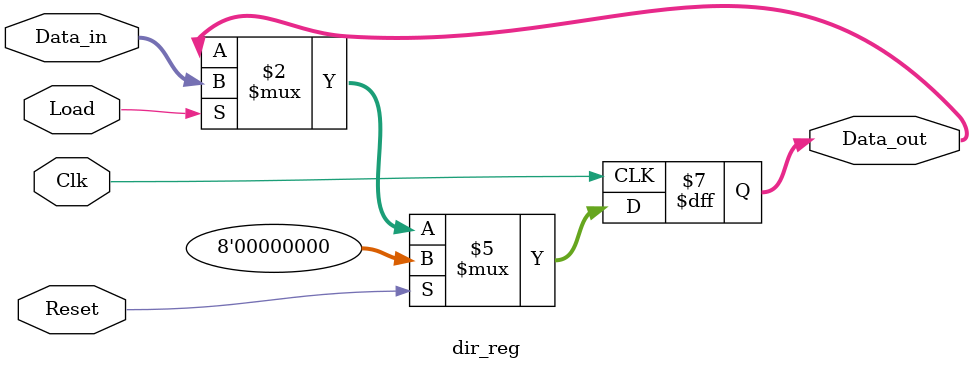
<source format=sv>
module dir_reg (input Clk, Reset, Load,
					input [7:0] Data_in,
					output logic [7:0] Data_out
);

			always_ff @(posedge Clk)
			begin
				if(Reset)
					Data_out <= 1'b0;
				else if(Load)
					Data_out <= Data_in;

			end
					
endmodule
</source>
